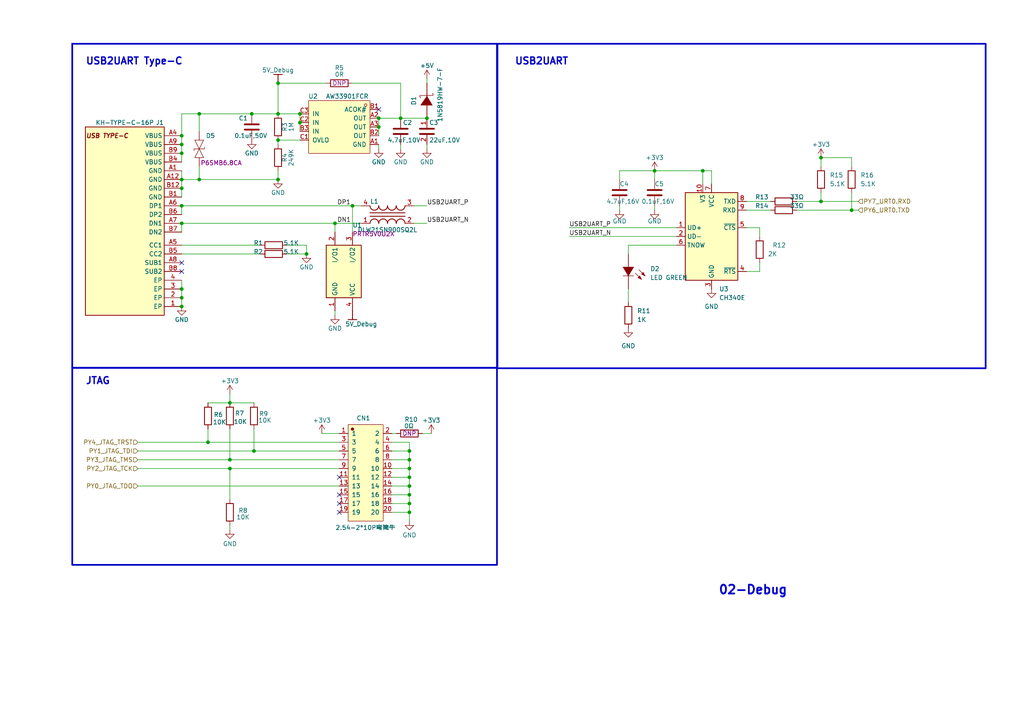
<source format=kicad_sch>
(kicad_sch (version 20230121) (generator eeschema)
  (paper "A4")
  (lib_symbols
    (symbol "00_HPM_power:+3V3" (power) (pin_names (offset 0))
      (property "Value" "+3V3" (at 0 3.81 0))
      (symbol "+3V3_0_1"
        (polyline (pts (xy -0.762 1.27) (xy 0 2.54)))
        (polyline (pts (xy 0 0) (xy 0 2.54)))
        (polyline (pts (xy 0 2.54) (xy 0.762 1.27)))
      )
      (symbol "+3V3_1_1"
        (pin power_in line (at 0 0 90) (length 0) hide (name "+3V3") (number "1"))
      )
    )
    (symbol "00_HPM_power:+5V" (power) (pin_names (offset 0))
      (property "Value" "+5V" (at 0 3.556 0))
      (symbol "+5V_0_1"
        (polyline (pts (xy -0.762 1.27) (xy 0 2.54)))
        (polyline (pts (xy 0 0) (xy 0 2.54)))
        (polyline (pts (xy 0 2.54) (xy 0.762 1.27)))
      )
      (symbol "+5V_1_1"
        (pin power_in line (at 0 0 90) (length 0) hide (name "+5V") (number "1"))
      )
    )
    (symbol "00_HPM_power:5V_Debug" (power)
      (property "Value" "5V_Debug" (at 0 -3.81 0))
      (symbol "5V_Debug_0_0"
        (polyline (pts (xy -1.27 -2.54) (xy 1.27 -2.54)) (stroke (width 0.254)))
        (polyline (pts (xy 0 0) (xy 0 -2.54)) (stroke (width 0.254)))
        (pin power_in line (at 0 0 0) (length 0) hide (name "5V_Debug") (number ""))
      )
    )
    (symbol "00_HPM_power:GND" (power)
      (property "Value" "GND" (at 1.27 -6.35 0))
      (symbol "GND_0_0"
        (pin power_in line (at 0 0 0) (length 0) hide (name "GND") (number ""))
      )
      (symbol "GND_0_1"
        (polyline (pts (xy 0 0) (xy 0 -1.27) (xy 1.27 -1.27) (xy 0 -2.54) (xy -1.27 -1.27) (xy 0 -1.27)))
      )
    )
    (symbol "01-HPM-Peripheral:LED_GREEN" (pin_numbers hide) (pin_names (offset 1.016) hide)
      (property "Reference" "LED" (at -5.08 1.27 0))
      (property "Value" "LED_GREEN" (at 0 8.89 0))
      (symbol "LED_GREEN_1_1"
        (polyline (pts (xy -2.54 1.524) (xy -2.54 -1.524)) (stroke (width 0.1524)))
        (polyline (pts (xy -1.778 2.032) (xy -3.556 3.81)) (stroke (width 0.1524)))
        (polyline (pts (xy -0.762 3.048) (xy -2.54 4.826)) (stroke (width 0.1524)))
        (polyline (pts (xy -3.556 3.81) (xy -2.54 3.302) (xy -3.048 2.794) (xy -3.556 3.81)) (stroke (width 0.1524)) (fill (type outline)))
        (polyline (pts (xy -2.54 4.826) (xy -1.524 4.318) (xy -2.032 3.81) (xy -2.54 4.826)) (stroke (width 0.1524)) (fill (type outline)))
        (polyline (pts (xy 0 -1.524) (xy -2.54 0) (xy 0 1.524) (xy 0 -1.524)) (stroke (width 0.1524)) (fill (type outline)))
        (pin input line (at -6.35 0 0) (length 3.81) (name "K") (number "1"))
        (pin input line (at 3.81 0 180) (length 3.81) (name "A") (number "2"))
      )
    )
    (symbol "02_HPM_Resistor:10K_0402" (pin_numbers hide) (pin_names (offset 0))
      (property "Reference" "R" (at 0 3.81 0))
      (property "Value" "10K" (at 0 6.35 0))
      (symbol "10K_0402_0_1"
        (rectangle (start 2.54 -1.016) (end -2.54 1.016) (stroke (width 0.254)))
      )
      (symbol "10K_0402_1_1"
        (pin passive line (at -3.81 0 0) (length 1.27) (name "~") (number "1"))
        (pin passive line (at 3.81 0 180) (length 1.27) (name "~") (number "2"))
      )
    )
    (symbol "02_HPM_Resistor:5.1K_0402" (pin_numbers hide) (pin_names (offset 0))
      (property "Reference" "R" (at 0 3.81 0))
      (property "Value" "5.1K" (at 0 7.62 0))
      (symbol "5.1K_0402_0_1"
        (rectangle (start 2.54 -1.016) (end -2.54 1.016) (stroke (width 0.254)))
      )
      (symbol "5.1K_0402_1_1"
        (pin passive line (at -3.81 0 0) (length 1.27) (name "~") (number "1"))
        (pin passive line (at 3.81 0 180) (length 1.27) (name "~") (number "2"))
      )
    )
    (symbol "03_HPM_Capacitance:0.1uF,16V_0402" (pin_numbers hide) (pin_names (offset 0.254))
      (property "Reference" "C" (at -1.27 10.16 0))
      (property "Value" "0.1uF,16V" (at -5.08 12.7 0))
      (symbol "0.1uF,16V_0402_0_1"
        (polyline (pts (xy -2.032 -0.762) (xy 2.032 -0.762)) (stroke (width 0.508)))
        (polyline (pts (xy -2.032 0.762) (xy 2.032 0.762)) (stroke (width 0.508)))
      )
      (symbol "0.1uF,16V_0402_1_1"
        (pin passive line (at 0 3.81 270) (length 2.794) (name "~") (number "1"))
        (pin passive line (at 0 -3.81 90) (length 2.794) (name "~") (number "2"))
      )
    )
    (symbol "03_HPM_Capacitance:0.1uF,50V_0402" (pin_numbers hide) (pin_names (offset 0.254))
      (property "Reference" "C" (at 0 10.16 0))
      (property "Value" "0.1uF,50V" (at -3.81 12.7 0))
      (symbol "0.1uF,50V_0402_0_1"
        (polyline (pts (xy -2.032 -0.762) (xy 2.032 -0.762)) (stroke (width 0.508)))
        (polyline (pts (xy -2.032 0.762) (xy 2.032 0.762)) (stroke (width 0.508)))
      )
      (symbol "0.1uF,50V_0402_1_1"
        (pin passive line (at 0 3.81 270) (length 2.794) (name "~") (number "1"))
        (pin passive line (at 0 -3.81 90) (length 2.794) (name "~") (number "2"))
      )
    )
    (symbol "03_HPM_Capacitance:22uF,10V_0805"
      (property "Reference" "C" (at 0 8.89 0))
      (property "Value" "22uF,10V" (at 0 13.97 0))
      (symbol "22uF,10V_0805_0_1"
        (polyline (pts (xy -2.032 -0.762) (xy 2.032 -0.762)) (stroke (width 0.508)))
        (polyline (pts (xy -2.032 0.762) (xy 2.032 0.762)) (stroke (width 0.508)))
      )
      (symbol "22uF,10V_0805_1_1"
        (pin passive line (at 0 3.81 270) (length 2.794) (name "~") (number "1"))
        (pin passive line (at 0 -3.81 90) (length 2.794) (name "~") (number "2"))
      )
    )
    (symbol "03_HPM_Capacitance:4.7uF,10V_0402" (pin_numbers hide) (pin_names (offset 0.254))
      (property "Reference" "C" (at 0.635 2.54 0))
      (property "Value" "4.7uF,10V" (at 0.635 -2.54 0))
      (symbol "4.7uF,10V_0402_0_1"
        (polyline (pts (xy -2.032 -0.762) (xy 2.032 -0.762)) (stroke (width 0.508)))
        (polyline (pts (xy -2.032 0.762) (xy 2.032 0.762)) (stroke (width 0.508)))
      )
      (symbol "4.7uF,10V_0402_1_1"
        (pin passive line (at 0 3.81 270) (length 2.794) (name "~") (number "1"))
        (pin passive line (at 0 -3.81 90) (length 2.794) (name "~") (number "2"))
      )
    )
    (symbol "04_HPM_Diode: 1N5819HW-7-F" (pin_numbers hide) (pin_names (offset 1.016) hide)
      (property "Reference" "D" (at 0 5.08 0))
      (property "Value" " 1N5819HW-7-F" (at -1.27 7.62 0))
      (symbol " 1N5819HW-7-F_1_1"
        (polyline (pts (xy 1.27 1.524) (xy -1.27 0) (xy -1.27 0) (xy 1.27 -1.778) (xy 1.27 -1.778) (xy 1.27 1.524)) (fill (type color) (color 132 0 0 1)))
        (polyline (pts (xy -2.032 1.524) (xy -2.032 1.778) (xy -2.032 1.778) (xy -1.524 1.778) (xy -1.524 1.778) (xy -1.524 -2.032) (xy -1.524 -2.032) (xy -1.016 -2.032) (xy -1.016 -2.032) (xy -1.016 -1.778)))
        (pin input line (at -5.08 0 0) (length 3.81) (name "K") (number "1"))
        (pin input line (at 5.08 0 180) (length 3.81) (name "A") (number "2"))
      )
    )
    (symbol "04_HPM_Diode:P6SMB6.8CA" (pin_numbers hide) (pin_names (offset 1.016) hide)
      (property "Reference" "D" (at 0 4.064 0))
      (property "Value" "P6SMB6.8CA" (at 0 9.144 0))
      (symbol "P6SMB6.8CA_1_1"
        (polyline (pts (xy -2.54 1.27) (xy 0 0) (xy -2.54 -1.27) (xy -2.54 1.27)) (stroke (width 0.1524)))
        (polyline (pts (xy 2.54 1.27) (xy 0 0) (xy 2.54 -1.27) (xy 2.54 1.27)) (stroke (width 0.1524)))
        (polyline (pts (xy -0.508 1.524) (xy -0.508 1.524) (xy 0 1.524) (xy 0 -1.524) (xy 0.508 -1.524) (xy 0.508 -1.524)) (stroke (width 0.1524)))
        (pin input line (at -5.08 0 0) (length 2.54) (name "1") (number "1"))
        (pin input line (at 5.08 0 180) (length 2.54) (name "2") (number "2"))
      )
    )
    (symbol "04_HPM_Diode:PRTR5V0U2X"
      (property "Reference" "U" (at 11.43 -6.35 0))
      (property "Value" "PRTR5V0U2X" (at 10.16 -29.21 0))
      (symbol "PRTR5V0U2X_1_0"
        (rectangle (start 2.54 -7.62) (end 12.7 -22.86) (stroke (width 0.254)) (fill (type background)))
        (pin passive line (at 5.08 -26.67 90) (length 3.81) (name "GND") (number "1"))
        (pin passive line (at 5.08 -3.81 270) (length 3.81) (name "I/O1") (number "2"))
        (pin passive line (at 10.16 -3.81 270) (length 3.81) (name "I/O2") (number "3"))
        (pin passive line (at 10.16 -26.67 90) (length 3.81) (name "VCC") (number "4"))
      )
    )
    (symbol "05_HPM_Connector_IDC:2.54-2*10P简牛_90°" (pin_names (offset 1.016))
      (property "Reference" "IDC" (at -2.54 15.24 0))
      (property "Value" "2.54-2*10P简牛_90°" (at -1.27 -15.24 0))
      (symbol "2.54-2*10P简牛_90°_1_1"
        (rectangle (start -5.08 13.97) (end 5.08 -13.97) (stroke (width 0.1524)) (fill (type background)))
        (circle (center -3.81 12.7) (radius 0.381) (stroke (width 0.1524)) (fill (type outline)))
        (pin input line (at -7.62 11.43 0) (length 2.54) (name "1") (number "1"))
        (pin input line (at 7.62 1.27 180) (length 2.54) (name "10") (number "10"))
        (pin input line (at -7.62 -1.27 0) (length 2.54) (name "11") (number "11"))
        (pin input line (at 7.62 -1.27 180) (length 2.54) (name "12") (number "12"))
        (pin input line (at -7.62 -3.81 0) (length 2.54) (name "13") (number "13"))
        (pin input line (at 7.62 -3.81 180) (length 2.54) (name "14") (number "14"))
        (pin input line (at -7.62 -6.35 0) (length 2.54) (name "15") (number "15"))
        (pin input line (at 7.62 -6.35 180) (length 2.54) (name "16") (number "16"))
        (pin input line (at -7.62 -8.89 0) (length 2.54) (name "17") (number "17"))
        (pin input line (at 7.62 -8.89 180) (length 2.54) (name "18") (number "18"))
        (pin input line (at -7.62 -11.43 0) (length 2.54) (name "19") (number "19"))
        (pin input line (at 7.62 11.43 180) (length 2.54) (name "2") (number "2"))
        (pin input line (at 7.62 -11.43 180) (length 2.54) (name "20") (number "20"))
        (pin input line (at -7.62 8.89 0) (length 2.54) (name "3") (number "3"))
        (pin input line (at 7.62 8.89 180) (length 2.54) (name "4") (number "4"))
        (pin input line (at -7.62 6.35 0) (length 2.54) (name "5") (number "5"))
        (pin input line (at 7.62 6.35 180) (length 2.54) (name "6") (number "6"))
        (pin input line (at -7.62 3.81 0) (length 2.54) (name "7") (number "7"))
        (pin input line (at 7.62 3.81 180) (length 2.54) (name "8") (number "8"))
        (pin input line (at -7.62 1.27 0) (length 2.54) (name "9") (number "9"))
      )
    )
    (symbol "05_HPM_Connector_Other:USB_Type-C"
      (property "Reference" "J" (at 21.59 1.27 0))
      (property "Value" "USB_Type-C" (at 11.43 1.27 0))
      (symbol "USB_Type-C_1_0"
        (rectangle (start 0 0) (end 22.86 -54.61) (stroke (width 0.254)) (fill (type background)))
        (pin passive line (at 27.94 -52.07 180) (length 5.08) (name "EP") (number "1"))
        (pin passive line (at 27.94 -49.53 180) (length 5.08) (name "EP") (number "2"))
        (pin passive line (at 27.94 -46.99 180) (length 5.08) (name "EP") (number "3"))
        (pin passive line (at 27.94 -44.45 180) (length 5.08) (name "EP") (number "4"))
        (pin passive line (at 27.94 -12.7 180) (length 5.08) (name "GND") (number "A1"))
        (pin passive line (at 27.94 -15.24 180) (length 5.08) (name "GND") (number "A12"))
        (pin passive line (at 27.94 -2.54 180) (length 5.08) (name "VBUS") (number "A4"))
        (pin passive line (at 27.94 -34.29 180) (length 5.08) (name "CC1") (number "A5"))
        (pin passive line (at 27.94 -22.86 180) (length 5.08) (name "DP1") (number "A6"))
        (pin passive line (at 27.94 -27.94 180) (length 5.08) (name "DN1") (number "A7"))
        (pin passive line (at 27.94 -39.37 180) (length 5.08) (name "SUB1") (number "A8"))
        (pin passive line (at 27.94 -5.08 180) (length 5.08) (name "VBUS") (number "A9"))
        (pin passive line (at 27.94 -20.32 180) (length 5.08) (name "GND") (number "B1"))
        (pin passive line (at 27.94 -17.78 180) (length 5.08) (name "GND") (number "B12"))
        (pin passive line (at 27.94 -10.16 180) (length 5.08) (name "VBUS") (number "B4"))
        (pin passive line (at 27.94 -36.83 180) (length 5.08) (name "CC2") (number "B5"))
        (pin passive line (at 27.94 -25.4 180) (length 5.08) (name "DP2") (number "B6"))
        (pin passive line (at 27.94 -30.48 180) (length 5.08) (name "DN2") (number "B7"))
        (pin passive line (at 27.94 -41.91 180) (length 5.08) (name "SUB2") (number "B8"))
        (pin passive line (at 27.94 -7.62 180) (length 5.08) (name "VBUS") (number "B9"))
      )
      (symbol "USB_Type-C_1_1"
        (text "USB TYPE-C" (at 6.35 -2.54 0) (effects (font (size 1.27 1.27) bold italic)))
      )
    )
    (symbol "06_HPM_Function_IC:AW33901FCR" (pin_names (offset 1.016))
      (property "Reference" "U" (at -7.62 8.89 0))
      (property "Value" "AW33901FCR" (at 0 8.89 0))
      (symbol "AW33901FCR_1_1"
        (rectangle (start -8.89 7.62) (end 8.89 -7.62) (fill (type background)))
        (circle (center 7.62 6.35) (radius 0.381))
        (pin input line (at 11.43 -5.08 180) (length 2.54) (name "GND") (number "A1"))
        (pin input line (at 11.43 2.54 180) (length 2.54) (name "OUT") (number "A2"))
        (pin input line (at 11.43 0 180) (length 2.54) (name "OUT") (number "A3"))
        (pin input line (at 11.43 5.08 180) (length 2.54) (name "ACOK#") (number "B1"))
        (pin input line (at 11.43 -2.54 180) (length 2.54) (name "OUT") (number "B2"))
        (pin input line (at -11.43 -1.27 0) (length 2.54) (name "IN") (number "B3"))
        (pin input line (at -11.43 -3.81 0) (length 2.54) (name "OVLO") (number "C1"))
        (pin input line (at -11.43 1.27 0) (length 2.54) (name "IN") (number "C2"))
        (pin input line (at -11.43 3.81 0) (length 2.54) (name "IN") (number "C3"))
      )
    )
    (symbol "06_HPM_Function_IC:CH340E"
      (property "Reference" "U?" (at -7.62 13.97 0))
      (property "Value" "CH340E" (at 1.27 13.97 0))
      (symbol "CH340E_0_1"
        (rectangle (start -7.62 12.7) (end 7.62 -12.7) (stroke (width 0.254)) (fill (type background)))
      )
      (symbol "CH340E_1_1"
        (pin bidirectional line (at -10.16 2.54 0) (length 2.54) (name "UD+") (number "1"))
        (pin passive line (at -2.54 15.24 270) (length 2.54) (name "V3") (number "10"))
        (pin bidirectional line (at -10.16 0 0) (length 2.54) (name "UD-") (number "2"))
        (pin power_in line (at 0 -15.24 90) (length 2.54) (name "GND") (number "3"))
        (pin output line (at 10.16 -10.16 180) (length 2.54) (name "~{RTS}") (number "4"))
        (pin input line (at 10.16 2.54 180) (length 2.54) (name "~{CTS}") (number "5"))
        (pin output line (at -10.16 -2.54 0) (length 2.54) (name "TNOW") (number "6"))
        (pin power_in line (at 0 15.24 270) (length 2.54) (name "VCC") (number "7"))
        (pin output line (at 10.16 10.16 180) (length 2.54) (name "TXD") (number "8"))
        (pin input line (at 10.16 7.62 180) (length 2.54) (name "RXD") (number "9"))
      )
    )
    (symbol "07_HPM_Inductance:DLW21SN900SQ2L"
      (property "Reference" "L" (at 8.89 -1.27 0))
      (property "Value" "DLW21SN900SQ2L" (at 8.89 -9.525 0))
      (symbol "DLW21SN900SQ2L_1_0"
        (polyline (pts (xy 3.81 -5.588) (xy 13.97 -5.588)) (stroke (width 0.254)))
        (polyline (pts (xy 3.81 -4.572) (xy 13.97 -4.572)) (stroke (width 0.254)))
        (arc (start 3.81 -2.54) (mid 5.08 -3.8045) (end 6.35 -2.54) (stroke (width 0.254)))
        (arc (start 6.35 -7.62) (mid 5.08 -6.3555) (end 3.81 -7.62) (stroke (width 0.254)))
        (arc (start 6.35 -2.54) (mid 7.62 -3.8045) (end 8.89 -2.54) (stroke (width 0.254)))
        (arc (start 8.89 -7.62) (mid 7.62 -6.3555) (end 6.35 -7.62) (stroke (width 0.254)))
        (arc (start 8.89 -2.54) (mid 10.16 -3.8045) (end 11.43 -2.54) (stroke (width 0.254)))
        (arc (start 11.43 -7.62) (mid 10.16 -6.3555) (end 8.89 -7.62) (stroke (width 0.254)))
        (arc (start 11.43 -2.54) (mid 12.7 -3.8045) (end 13.97 -2.54) (stroke (width 0.254)))
        (arc (start 13.97 -7.62) (mid 12.7 -6.3555) (end 11.43 -7.62) (stroke (width 0.254)))
        (pin passive line (at 1.27 -7.62 0) (length 2.54) (name "") (number "1"))
        (pin passive line (at 16.51 -7.62 180) (length 2.54) (name "") (number "2"))
        (pin passive line (at 16.51 -2.54 180) (length 2.54) (name "") (number "3"))
        (pin passive line (at 1.27 -2.54 0) (length 2.54) (name "") (number "4"))
      )
    )
  )
  (junction (at 57.785 33.02))
  (junction (at 80.645 52.07))
  (junction (at 118.745 146.05))
  (junction (at 66.675 116.84))
  (junction (at 80.645 24.13))
  (junction (at 118.745 143.51))
  (junction (at 109.855 34.29))
  (junction (at 102.235 59.69))
  (junction (at 52.705 83.82))
  (junction (at 118.745 140.97))
  (junction (at 52.705 88.9))
  (junction (at 123.825 34.29))
  (junction (at 80.645 33.02))
  (junction (at 73.025 33.02))
  (junction (at 118.745 130.81))
  (junction (at 73.66 130.81))
  (junction (at 52.705 64.77))
  (junction (at 52.705 44.45))
  (junction (at 118.745 148.59))
  (junction (at 118.745 133.35))
  (junction (at 66.675 135.89))
  (junction (at 57.785 52.07))
  (junction (at 238.125 58.42))
  (junction (at 52.705 86.36))
  (junction (at 86.995 33.02))
  (junction (at 97.155 64.77))
  (junction (at 80.645 40.64))
  (junction (at 88.9 73.66))
  (junction (at 116.205 34.29))
  (junction (at 52.705 41.91))
  (junction (at 60.325 128.27))
  (junction (at 118.745 138.43))
  (junction (at 52.705 52.07))
  (junction (at 238.125 45.72))
  (junction (at 52.705 39.37))
  (junction (at 66.675 133.35))
  (junction (at 52.705 59.69))
  (junction (at 118.745 135.89))
  (junction (at 52.705 54.61))
  (junction (at 247.015 60.96))
  (junction (at 189.865 49.53))
  (junction (at 109.855 36.83))
  (junction (at 86.995 35.56))
  (junction (at 203.835 49.53))
  (no_connect (at 52.705 78.74))
  (no_connect (at 98.425 143.51))
  (no_connect (at 98.425 146.05))
  (no_connect (at 98.425 148.59))
  (no_connect (at 109.855 31.75))
  (no_connect (at 98.425 138.43))
  (no_connect (at 52.705 76.2))
  (wire (pts (xy 206.375 49.53) (xy 206.375 53.34)))
  (wire (pts (xy 118.745 146.05) (xy 118.745 148.59)))
  (wire (pts (xy 73.66 130.81) (xy 73.66 124.46)))
  (wire (pts (xy 118.745 130.81) (xy 118.745 133.35)))
  (wire (pts (xy 216.535 66.04) (xy 220.345 66.04)))
  (wire (pts (xy 113.665 130.81) (xy 118.745 130.81)))
  (wire (pts (xy 60.325 116.84) (xy 66.675 116.84)))
  (wire (pts (xy 123.825 24.13) (xy 123.825 22.86)))
  (wire (pts (xy 60.325 128.27) (xy 60.325 124.46)))
  (wire (pts (xy 118.745 133.35) (xy 118.745 135.89)))
  (wire (pts (xy 80.645 24.13) (xy 94.615 24.13)))
  (wire (pts (xy 66.675 133.35) (xy 98.425 133.35)))
  (wire (pts (xy 66.675 124.46) (xy 66.675 133.35)))
  (wire (pts (xy 52.705 81.28) (xy 52.705 83.82)))
  (wire (pts (xy 109.855 34.29) (xy 116.205 34.29)))
  (wire (pts (xy 238.125 55.88) (xy 238.125 58.42)))
  (wire (pts (xy 57.785 33.02) (xy 57.785 38.1)))
  (wire (pts (xy 40.005 130.81) (xy 73.66 130.81)))
  (wire (pts (xy 66.675 135.89) (xy 98.425 135.89)))
  (wire (pts (xy 182.245 71.12) (xy 182.245 73.66)))
  (wire (pts (xy 118.745 128.27) (xy 118.745 130.81)))
  (wire (pts (xy 52.705 33.02) (xy 57.785 33.02)))
  (wire (pts (xy 122.555 125.73) (xy 125.095 125.73)))
  (wire (pts (xy 57.785 48.26) (xy 57.785 52.07)))
  (wire (pts (xy 123.825 43.18) (xy 123.825 41.91)))
  (wire (pts (xy 203.835 49.53) (xy 206.375 49.53)))
  (wire (pts (xy 113.665 135.89) (xy 118.745 135.89)))
  (wire (pts (xy 66.675 114.3) (xy 66.675 116.84)))
  (wire (pts (xy 118.745 135.89) (xy 118.745 138.43)))
  (wire (pts (xy 52.705 52.07) (xy 52.705 54.61)))
  (wire (pts (xy 116.205 34.29) (xy 123.825 34.29)))
  (wire (pts (xy 86.995 33.02) (xy 86.995 35.56)))
  (wire (pts (xy 52.705 59.69) (xy 102.235 59.69)))
  (wire (pts (xy 182.245 83.82) (xy 182.245 87.63)))
  (wire (pts (xy 113.665 138.43) (xy 118.745 138.43)))
  (wire (pts (xy 179.705 49.53) (xy 189.865 49.53)))
  (wire (pts (xy 116.205 24.13) (xy 116.205 34.29)))
  (wire (pts (xy 60.325 128.27) (xy 98.425 128.27)))
  (wire (pts (xy 52.705 64.77) (xy 52.705 67.31)))
  (wire (pts (xy 80.645 40.64) (xy 86.995 40.64)))
  (wire (pts (xy 113.665 143.51) (xy 118.745 143.51)))
  (wire (pts (xy 118.745 138.43) (xy 118.745 140.97)))
  (wire (pts (xy 66.675 153.67) (xy 66.675 152.4)))
  (wire (pts (xy 220.345 78.74) (xy 216.535 78.74)))
  (wire (pts (xy 57.785 33.02) (xy 73.025 33.02)))
  (wire (pts (xy 66.675 135.89) (xy 66.675 144.78)))
  (wire (pts (xy 248.92 60.96) (xy 247.015 60.96)))
  (wire (pts (xy 109.855 39.37) (xy 109.855 36.83)))
  (wire (pts (xy 203.835 53.34) (xy 203.835 49.53)))
  (wire (pts (xy 80.645 24.13) (xy 80.645 33.02)))
  (wire (pts (xy 189.865 59.69) (xy 189.865 60.96)))
  (wire (pts (xy 52.705 54.61) (xy 52.705 57.15)))
  (wire (pts (xy 114.935 125.73) (xy 113.665 125.73)))
  (wire (pts (xy 118.745 151.13) (xy 118.745 148.59)))
  (wire (pts (xy 73.025 33.02) (xy 80.645 33.02)))
  (wire (pts (xy 52.705 33.02) (xy 52.705 39.37)))
  (wire (pts (xy 231.14 58.42) (xy 238.125 58.42)))
  (wire (pts (xy 102.235 59.69) (xy 102.235 67.31)))
  (wire (pts (xy 120.015 59.69) (xy 123.825 59.69)))
  (wire (pts (xy 223.52 60.96) (xy 216.535 60.96)))
  (wire (pts (xy 52.705 59.69) (xy 52.705 62.23)))
  (wire (pts (xy 97.155 91.44) (xy 97.155 90.17)))
  (wire (pts (xy 109.855 36.83) (xy 109.855 34.29)))
  (wire (pts (xy 52.705 83.82) (xy 52.705 86.36)))
  (wire (pts (xy 102.235 59.69) (xy 104.775 59.69)))
  (wire (pts (xy 52.705 64.77) (xy 97.155 64.77)))
  (wire (pts (xy 118.745 140.97) (xy 118.745 143.51)))
  (wire (pts (xy 189.865 49.53) (xy 189.865 52.07)))
  (wire (pts (xy 57.785 52.07) (xy 80.645 52.07)))
  (wire (pts (xy 165.1 66.04) (xy 196.215 66.04)))
  (wire (pts (xy 52.705 39.37) (xy 52.705 41.91)))
  (wire (pts (xy 223.52 58.42) (xy 216.535 58.42)))
  (wire (pts (xy 80.645 33.02) (xy 86.995 33.02)))
  (wire (pts (xy 247.015 55.88) (xy 247.015 60.96)))
  (wire (pts (xy 52.705 41.91) (xy 52.705 44.45)))
  (wire (pts (xy 231.14 60.96) (xy 247.015 60.96)))
  (wire (pts (xy 86.995 35.56) (xy 86.995 38.1)))
  (wire (pts (xy 80.645 49.53) (xy 80.645 52.07)))
  (wire (pts (xy 52.705 44.45) (xy 52.705 46.99)))
  (wire (pts (xy 165.1 68.58) (xy 196.215 68.58)))
  (wire (pts (xy 220.345 76.2) (xy 220.345 78.74)))
  (wire (pts (xy 113.665 140.97) (xy 118.745 140.97)))
  (wire (pts (xy 179.705 52.07) (xy 179.705 49.53)))
  (wire (pts (xy 52.705 49.53) (xy 52.705 52.07)))
  (wire (pts (xy 97.155 64.77) (xy 104.775 64.77)))
  (wire (pts (xy 93.345 125.73) (xy 98.425 125.73)))
  (wire (pts (xy 113.665 128.27) (xy 118.745 128.27)))
  (wire (pts (xy 113.665 146.05) (xy 118.745 146.05)))
  (wire (pts (xy 247.015 45.72) (xy 247.015 48.26)))
  (wire (pts (xy 88.9 71.12) (xy 88.9 73.66)))
  (wire (pts (xy 238.125 45.72) (xy 247.015 45.72)))
  (wire (pts (xy 196.215 71.12) (xy 182.245 71.12)))
  (wire (pts (xy 179.705 59.69) (xy 179.705 60.96)))
  (wire (pts (xy 238.125 45.72) (xy 238.125 48.26)))
  (wire (pts (xy 113.665 133.35) (xy 118.745 133.35)))
  (wire (pts (xy 102.235 24.13) (xy 116.205 24.13)))
  (wire (pts (xy 83.185 71.12) (xy 88.9 71.12)))
  (wire (pts (xy 120.015 64.77) (xy 123.825 64.77)))
  (wire (pts (xy 248.92 58.42) (xy 238.125 58.42)))
  (wire (pts (xy 80.645 41.91) (xy 80.645 40.64)))
  (wire (pts (xy 73.66 130.81) (xy 98.425 130.81)))
  (wire (pts (xy 116.205 43.18) (xy 116.205 41.91)))
  (wire (pts (xy 83.185 73.66) (xy 88.9 73.66)))
  (wire (pts (xy 40.005 133.35) (xy 66.675 133.35)))
  (wire (pts (xy 73.66 116.84) (xy 66.675 116.84)))
  (wire (pts (xy 189.865 49.53) (xy 203.835 49.53)))
  (wire (pts (xy 118.745 148.59) (xy 113.665 148.59)))
  (wire (pts (xy 109.855 43.18) (xy 109.855 41.91)))
  (wire (pts (xy 97.155 64.77) (xy 97.155 67.31)))
  (wire (pts (xy 40.005 135.89) (xy 66.675 135.89)))
  (wire (pts (xy 118.745 143.51) (xy 118.745 146.05)))
  (wire (pts (xy 52.705 86.36) (xy 52.705 88.9)))
  (wire (pts (xy 40.005 140.97) (xy 98.425 140.97)))
  (wire (pts (xy 220.345 66.04) (xy 220.345 68.58)))
  (wire (pts (xy 52.705 73.66) (xy 75.565 73.66)))
  (wire (pts (xy 52.705 71.12) (xy 75.565 71.12)))
  (wire (pts (xy 40.005 128.27) (xy 60.325 128.27)))
  (wire (pts (xy 52.705 52.07) (xy 57.785 52.07)))
  (rectangle (start 20.955 106.68) (end 144.145 163.83) (stroke (width 0.5)))
  (rectangle (start 20.955 12.7) (end 144.145 106.68) (stroke (width 0.5)))
  (rectangle (start 144.272 12.7) (end 285.877 106.807) (stroke (width 0.5)))
  (text "02-Debug" (at 208.28 172.72 0) (effects (font (size 2.54 2.54) (thickness 0.508) bold) (justify left bottom)))
  (text "USB2UART" (at 149.225 19.05 0) (effects (font (size 2 2) (thickness 0.4) bold) (justify left bottom)))
  (text "USB2UART Type-C" (at 24.765 19.05 0) (effects (font (size 2 2) (thickness 0.4) bold) (justify left bottom)))
  (text "JTAG" (at 24.765 111.76 0) (effects (font (size 2 2) (thickness 0.4) bold) (justify left bottom)))
  (label "USB2UART_P" (at 165.1 66.04 0))
  (label "USB2UART_N" (at 123.825 64.77 0))
  (label "USB2UART_N" (at 165.1 68.58 0))
  (label "DN1" (at 97.79 64.77 0))
  (label "DP1" (at 97.79 59.69 0))
  (label "USB2UART_P" (at 123.825 59.69 0))
  (hierarchical_label "PY4_JTAG_TRST" (shape input) (at 40.005 128.27 180))
  (hierarchical_label "PY2_JTAG_TCK" (shape input) (at 40.005 135.89 180))
  (hierarchical_label "PY3_JTAG_TMS" (shape input) (at 40.005 133.35 180))
  (hierarchical_label "PY0_JTAG_TDO" (shape input) (at 40.005 140.97 180))
  (hierarchical_label "PY7_URT0.RXD" (shape input) (at 248.92 58.42 0))
  (hierarchical_label "PY1_JTAG_TDI" (shape input) (at 40.005 130.81 180))
  (hierarchical_label "PY6_URT0.TXD" (shape input) (at 248.92 60.96 0))
  (symbol (lib_id "02_HPM_Resistor:5.1K_0402") (at 182.245 91.44 270) (unit 1)
    (property "Reference" "R11" (at 184.785 90.17 90) (effects (justify left)))
    (property "Value" "1K" (at 184.785 92.71 90) (effects (justify left)))
    (property "Footprint" "02_HPM_Resistor:R_0402_1005Metric" (effects hide))
    (property "Model" "0402WGF5101TCE" (effects hide))
    (property "Company" "UNI-ROYAL(厚声)" (effects hide))
    (instances (project "HPM62_63_144_ADC_EVK_RevB" (path "" (reference "R11") (unit 1))) (project "Four_Servo_HPM6280_MB" (path "" (reference "R37") (unit 1))))
  )
  (symbol (lib_id "02_HPM_Resistor:10K_0402") (at 80.645 45.72 90) (unit 1)
    (property "Reference" "R4" (at 82.55 45.72 0))
    (property "Value" "249K" (at 84.455 45.72 0))
    (property "Footprint" "02_HPM_Resistor:R_0402_1005Metric" (effects hide))
    (property "Model" "0402WGF1002TCE" (effects hide))
    (property "Company" "UNI-ROYAL(厚声)" (effects hide))
    (instances (project "HPM62_63_144_ADC_EVK_RevB" (path "" (reference "R4") (unit 1))) (project "Four_Servo_HPM6280_MB" (path "" (reference "R32") (unit 1))))
  )
  (symbol (lib_id "00_HPM_power:GND") (at 109.855 43.18 0) (unit 1)
    (property "Reference" "#PWR0280" (effects hide))
    (property "Value" "GND" (at 109.855 46.99 0))
    (instances (project "HPM62_63_144_ADC_EVK_RevB" (path "" (reference "#PWR0280") (unit 1)) (path "" (reference "#PWR09") (unit 1))))
  )
  (symbol (lib_id "00_HPM_power:GND") (at 118.745 151.13 0) (unit 1)
    (property "Reference" "#PWR016" (effects hide))
    (property "Value" "GND" (at 118.7555 155.2038 0))
    (instances (project "HPM62_63_144_ADC_EVK_RevB" (path "" (reference "#PWR016") (unit 1))) (project "Four_Servo_HPM6280_MB" (path "" (reference "#PWR065") (unit 1))))
  )
  (symbol (lib_id "03_HPM_Capacitance:22uF,10V_0805") (at 123.825 38.1 0) (unit 1)
    (property "Reference" "C3" (at 124.46 35.56 0) (effects (justify left)))
    (property "Value" "22uF,10V" (at 124.46 40.64 0) (effects (justify left)))
    (property "Footprint" "03_HPM_Capacitance:C_0805_2012Metric" (effects hide))
    (property "Model" " CL21A226MPQNNNE" (effects hide))
    (property "Company" " SAMSUNG(三星) " (effects hide))
    (instances (project "HPM62_63_144_ADC_EVK_RevB" (path "" (reference "C3") (unit 1))) (project "Four_Servo_HPM6280_MB" (path "" (reference "C40") (unit 1))))
  )
  (symbol (lib_id "02_HPM_Resistor:10K_0402") (at 118.745 125.73 180) (unit 1)
    (property "Reference" "R10" (at 119.253 121.666 0))
    (property "Value" "0Ω" (at 118.618 123.571 0))
    (property "Footprint" "02_HPM_Resistor:R_0402_1005Metric" (effects hide))
    (property "DNP" "DNP" (at 118.745 125.73 0))
    (property "Model" "0402WGF1002TCE" (effects hide))
    (property "Company" "UNI-ROYAL(厚声)" (effects hide))
    (instances (project "HPM62_63_144_ADC_EVK_RevB" (path "" (reference "R10") (unit 1))) (project "Four_Servo_HPM6280_MB" (path "" (reference "R39") (unit 1))))
  )
  (symbol (lib_id "03_HPM_Capacitance:4.7uF,10V_0402") (at 179.705 55.88 0) (unit 1)
    (property "Reference" "C4" (at 179.705 53.34 0) (effects (justify left)))
    (property "Value" "4.7uF,16V" (at 175.895 58.42 0) (effects (justify left)))
    (property "Footprint" "03_HPM_Capacitance:C_0402" (effects hide))
    (property "Model" " CL05A475MP5NRNC" (effects hide))
    (property "Company" " SAMSUNG(三星)" (effects hide))
    (instances (project "HPM62_63_144_ADC_EVK_RevB" (path "" (reference "C4") (unit 1))) (project "Four_Servo_HPM6280_MB" (path "" (reference "C32") (unit 1))))
  )
  (symbol (lib_id "00_HPM_power:+3V3") (at 125.095 125.73 0) (unit 1)
    (property "Reference" "#PWR049" (effects hide))
    (property "Value" "+3V3" (at 125.095 121.92 0))
    (instances (project "HPM62_63_144_ADC_EVK_RevB" (path "" (reference "#PWR049") (unit 1)) (path "" (reference "#PWR0129") (unit 1)) (path "" (reference "#PWR017") (unit 1))))
  )
  (symbol (lib_id "07_HPM_Inductance:DLW21SN900SQ2L") (at 103.505 57.15 0) (unit 1)
    (property "Reference" "L1" (at 108.585 58.42 0))
    (property "Value" "DLW21SN900SQ2L" (at 112.395 66.675 0))
    (property "Footprint" "07_HPM_Inductance:L2012" (effects hide))
    (property "Model" "DLW21SN900SQ2L" (effects hide))
    (property "Company" "muRata(村田)" (effects hide))
    (instances (project "HPM62_63_144_ADC_EVK_RevB" (path "" (reference "L1") (unit 1))) (project "Four_Servo_HPM6280_MB" (path "" (reference "L4") (unit 1))))
  )
  (symbol (lib_id "00_HPM_power:+3V3") (at 189.865 49.53 0) (unit 1)
    (property "Reference" "#PWR049" (effects hide))
    (property "Value" "+3V3" (at 189.865 45.72 0))
    (instances (project "HPM62_63_144_ADC_EVK_RevB" (path "" (reference "#PWR049") (unit 1)) (path "" (reference "#PWR0129") (unit 1)) (path "" (reference "#PWR020") (unit 1))))
  )
  (symbol (lib_id "00_HPM_power:GND") (at 179.705 60.96 0) (unit 1)
    (property "Reference" "#PWR018" (effects hide))
    (property "Value" "GND" (at 179.705 64.135 0))
    (instances (project "HPM62_63_144_ADC_EVK_RevB" (path "" (reference "#PWR018") (unit 1))) (project "Four_Servo_HPM6280_MB" (path "" (reference "#PWR073") (unit 1))))
  )
  (symbol (lib_id "00_HPM_power:5V_Debug") (at 80.645 24.13 180) (unit 1)
    (property "Reference" "#PWR04" (effects hide))
    (property "Value" "5V_Debug" (at 80.645 20.32 0))
    (instances (project "HPM62_63_144_ADC_EVK_RevB" (path "" (reference "#PWR04") (unit 1))) (project "Four_Servo_HPM6280_MB" (path "" (reference "#PWR060") (unit 1))))
  )
  (symbol (lib_id "00_HPM_power:GND") (at 182.245 95.25 0) (unit 1)
    (property "Reference" "#PWR019" (effects hide))
    (property "Value" "GND" (at 182.245 100.33 0))
    (instances (project "HPM62_63_144_ADC_EVK_RevB" (path "" (reference "#PWR019") (unit 1))) (project "Four_Servo_HPM6280_MB" (path "" (reference "#PWR074") (unit 1))))
  )
  (symbol (lib_id "02_HPM_Resistor:5.1K_0402") (at 79.375 71.12 0) (unit 1)
    (property "Reference" "R1" (at 74.93 70.485 0))
    (property "Value" "5.1K" (at 84.455 70.485 0))
    (property "Footprint" "02_HPM_Resistor:R_0402_1005Metric" (effects hide))
    (property "Model" "0402WGF5101TCE" (effects hide))
    (property "Company" "UNI-ROYAL(厚声)" (effects hide))
    (instances (project "HPM62_63_144_ADC_EVK_RevB" (path "" (reference "R1") (unit 1))) (project "Four_Servo_HPM6280_MB" (path "" (reference "R29") (unit 1))))
  )
  (symbol (lib_id "00_HPM_power:GND") (at 66.675 153.67 0) (unit 1)
    (property "Reference" "#PWR014" (effects hide))
    (property "Value" "GND" (at 66.6855 157.7438 0))
    (instances (project "HPM62_63_144_ADC_EVK_RevB" (path "" (reference "#PWR014") (unit 1))) (project "Four_Servo_HPM6280_MB" (path "" (reference "#PWR065") (unit 1))))
  )
  (symbol (lib_id "00_HPM_power:+5V") (at 123.825 22.86 0) (unit 1)
    (property "Reference" "#PWR012" (effects hide))
    (property "Value" "+5V" (at 123.825 19.05 0))
    (instances (project "HPM62_63_144_ADC_EVK_RevB" (path "" (reference "#PWR012") (unit 1))) (project "Four_Servo_HPM6280_MB" (path "" (reference "#PWR076") (unit 1))))
  )
  (symbol (lib_id "00_HPM_power:+3V3") (at 238.125 45.72 0) (unit 1)
    (property "Reference" "#PWR049" (effects hide))
    (property "Value" "+3V3" (at 238.125 41.91 0))
    (instances (project "HPM62_63_144_ADC_EVK_RevB" (path "" (reference "#PWR049") (unit 1)) (path "" (reference "#PWR0129") (unit 1)) (path "" (reference "#PWR023") (unit 1))))
  )
  (symbol (lib_id "02_HPM_Resistor:5.1K_0402") (at 238.125 52.07 270) (unit 1)
    (property "Reference" "R15" (at 240.665 50.8 90) (effects (justify left)))
    (property "Value" "5.1K" (at 240.665 53.34 90) (effects (justify left)))
    (property "Footprint" "02_HPM_Resistor:R_0402_1005Metric" (effects hide))
    (property "Model" "0402WGF5101TCE" (effects hide))
    (property "Company" "UNI-ROYAL(厚声)" (effects hide))
    (instances (project "HPM62_63_144_ADC_EVK_RevB" (path "" (reference "R15") (unit 1))) (project "Four_Servo_HPM6280_MB" (path "" (reference "R48") (unit 1))))
  )
  (symbol (lib_id "02_HPM_Resistor:5.1K_0402") (at 79.375 73.66 0) (unit 1)
    (property "Reference" "R2" (at 74.93 73.025 0))
    (property "Value" "5.1K" (at 84.455 73.025 0))
    (property "Footprint" "02_HPM_Resistor:R_0402_1005Metric" (effects hide))
    (property "Model" "0402WGF5101TCE" (effects hide))
    (property "Company" "UNI-ROYAL(厚声)" (effects hide))
    (instances (project "HPM62_63_144_ADC_EVK_RevB" (path "" (reference "R2") (unit 1))) (project "Four_Servo_HPM6280_MB" (path "" (reference "R30") (unit 1))))
  )
  (symbol (lib_id "02_HPM_Resistor:10K_0402") (at 66.675 148.59 270) (unit 1)
    (property "Reference" "R8" (at 70.485 148.082 90))
    (property "Value" "10K" (at 70.485 149.987 90))
    (property "Footprint" "02_HPM_Resistor:R_0402_1005Metric" (effects hide))
    (property "Model" "0402WGF1002TCE" (effects hide))
    (property "Company" "UNI-ROYAL(厚声)" (effects hide))
    (instances (project "HPM62_63_144_ADC_EVK_RevB" (path "" (reference "R8") (unit 1))) (project "Four_Servo_HPM6280_MB" (path "" (reference "R36") (unit 1))))
  )
  (symbol (lib_id "02_HPM_Resistor:10K_0402") (at 73.66 120.65 270) (unit 1)
    (property "Reference" "R9" (at 76.454 120.015 90))
    (property "Value" "10K" (at 76.835 121.92 90))
    (property "Footprint" "02_HPM_Resistor:R_0402_1005Metric" (effects hide))
    (property "Model" "0402WGF1002TCE" (effects hide))
    (property "Company" "UNI-ROYAL(厚声)" (effects hide))
    (instances (project "HPM62_63_144_ADC_EVK_RevB" (path "" (reference "R9") (unit 1))) (project "Four_Servo_HPM6280_MB" (path "" (reference "R38") (unit 1))))
  )
  (symbol (lib_id "00_HPM_power:GND") (at 52.705 88.9 0) (unit 1)
    (property "Reference" "#PWR0280" (effects hide))
    (property "Value" "GND" (at 52.705 92.71 0))
    (instances (project "HPM62_63_144_ADC_EVK_RevB" (path "" (reference "#PWR0280") (unit 1)) (path "" (reference "#PWR01") (unit 1))))
  )
  (symbol (lib_id "00_HPM_power:GND") (at 123.825 43.18 0) (unit 1)
    (property "Reference" "#PWR0280" (effects hide))
    (property "Value" "GND" (at 123.825 46.99 0))
    (instances (project "HPM62_63_144_ADC_EVK_RevB" (path "" (reference "#PWR0280") (unit 1)) (path "" (reference "#PWR011") (unit 1))))
  )
  (symbol (lib_id "02_HPM_Resistor:10K_0402") (at 98.425 24.13 180) (unit 1)
    (property "Reference" "R5" (at 98.425 19.685 0))
    (property "Value" "0R" (at 98.425 21.59 0))
    (property "Footprint" "02_HPM_Resistor:R_0402_1005Metric" (effects hide))
    (property "DNP" "DNP" (at 98.425 24.13 0))
    (property "Model" "0402WGF1002TCE" (effects hide))
    (property "Company" "UNI-ROYAL(厚声)" (effects hide))
    (instances (project "HPM62_63_144_ADC_EVK_RevB" (path "" (reference "R5") (unit 1))) (project "Four_Servo_HPM6280_MB" (path "" (reference "R33") (unit 1))))
  )
  (symbol (lib_id "03_HPM_Capacitance:0.1uF,50V_0402") (at 73.025 36.83 0) (unit 1)
    (property "Reference" "C1" (at 69.215 34.29 0) (effects (justify left)))
    (property "Value" "0.1uF,50V" (at 67.945 39.37 0) (effects (justify left)))
    (property "Footprint" "03_HPM_Capacitance:C_0402" (effects hide))
    (property "Model" "0402B104K500NT" (effects hide))
    (property "Company" "SAMSUNG(三星)" (effects hide))
    (instances (project "HPM62_63_144_ADC_EVK_RevB" (path "" (reference "C1") (unit 1))) (project "Four_Servo_HPM6280_MB" (path "" (reference "C33") (unit 1))))
  )
  (symbol (lib_id "00_HPM_power:GND") (at 80.645 52.07 0) (unit 1)
    (property "Reference" "#PWR0280" (effects hide))
    (property "Value" "GND" (at 80.645 55.88 0))
    (instances (project "HPM62_63_144_ADC_EVK_RevB" (path "" (reference "#PWR0280") (unit 1)) (path "" (reference "#PWR03") (unit 1))))
  )
  (symbol (lib_id "00_HPM_power:GND") (at 116.205 43.18 0) (unit 1)
    (property "Reference" "#PWR0280" (effects hide))
    (property "Value" "GND" (at 116.205 46.99 0))
    (instances (project "HPM62_63_144_ADC_EVK_RevB" (path "" (reference "#PWR0280") (unit 1)) (path "" (reference "#PWR010") (unit 1))))
  )
  (symbol (lib_id "00_HPM_power:GND") (at 73.025 40.64 0) (unit 1)
    (property "Reference" "#PWR0280" (effects hide))
    (property "Value" "GND" (at 73.025 44.45 0))
    (instances (project "HPM62_63_144_ADC_EVK_RevB" (path "" (reference "#PWR0280") (unit 1)) (path "" (reference "#PWR02") (unit 1))))
  )
  (symbol (lib_id "02_HPM_Resistor:10K_0402") (at 66.675 120.65 90) (unit 1)
    (property "Reference" "R7" (at 69.469 119.888 90))
    (property "Value" "10K" (at 69.723 122.301 90))
    (property "Footprint" "02_HPM_Resistor:R_0402_1005Metric" (effects hide))
    (property "Model" "0402WGF1002TCE" (effects hide))
    (property "Company" "UNI-ROYAL(厚声)" (effects hide))
    (instances (project "HPM62_63_144_ADC_EVK_RevB" (path "" (reference "R7") (unit 1))) (project "Four_Servo_HPM6280_MB" (path "" (reference "R35") (unit 1))))
  )
  (symbol (lib_id "04_HPM_Diode:P6SMB6.8CA") (at 57.785 43.18 90) (unit 1)
    (property "Reference" "D5" (at 59.69 39.37 90) (effects (justify right)))
    (property "Value" "SMB/DO-214AA_P6SMB6.8CA" (effects hide))
    (property "Footprint" "04_HPM_Diode:SMB_(DO-214AA)" (effects hide))
    (property "Datasheet" "http://www.szlcsc.com/product/details_79530.html" (effects hide))
    (property "description" "TVS" (effects hide))
    (property "ComponentLink1Description" "供应商链接" (effects hide))
    (property "Package" "SMB/DO-214AA" (effects hide))
    (property "Supplier" "LC" (effects hide))
    (property "SuppliersPartNumber" "C78395" (effects hide))
    (property "Comment" "P6SMB6.8CA" (at 58.166 47.244 90) (effects (justify right)))
    (property "Model" "P6SMB6.8CA/TR13" (effects hide))
    (property "Company" " Brightking(君耀电子) " (effects hide))
  )
  (symbol (lib_id "01-HPM-Peripheral:LED_GREEN") (at 182.245 77.47 270) (mirror x) (unit 1)
    (property "Reference" "D2" (at 188.595 77.978 90) (effects (justify left)))
    (property "Value" "LED GREEN" (at 188.595 80.518 90) (effects (justify left)))
    (property "Footprint" "01_HPM_Peripheral:LED_0603" (effects hide))
    (property "Model" "NCD0603C1" (effects hide))
    (property "Company" "国星光电" (effects hide))
    (instances (project "HPM62_63_144_ADC_EVK_RevB" (path "" (reference "D2") (unit 1))) (project "Four_Servo_HPM6280_MB" (path "" (reference "D11") (unit 1))))
  )
  (symbol (lib_id "00_HPM_power:GND") (at 88.9 73.66 0) (unit 1)
    (property "Reference" "#PWR0280" (effects hide))
    (property "Value" "GND" (at 88.9 77.47 0))
    (instances (project "HPM62_63_144_ADC_EVK_RevB" (path "" (reference "#PWR0280") (unit 1)) (path "" (reference "#PWR06") (unit 1))))
  )
  (symbol (lib_id "02_HPM_Resistor:10K_0402") (at 60.325 120.65 270) (unit 1)
    (property "Reference" "R6" (at 61.976 120.269 90) (effects (justify left)))
    (property "Value" "10K" (at 61.722 122.428 90) (effects (justify left)))
    (property "Footprint" "02_HPM_Resistor:R_0402_1005Metric" (effects hide))
    (property "Model" "0402WGF1002TCE" (effects hide))
    (property "Company" "UNI-ROYAL(厚声)" (effects hide))
    (instances (project "HPM62_63_144_ADC_EVK_RevB" (path "" (reference "R6") (unit 1))) (project "Four_Servo_HPM6280_MB" (path "" (reference "R34") (unit 1))))
  )
  (symbol (lib_id "02_HPM_Resistor:5.1K_0402") (at 227.33 58.42 0) (unit 1)
    (property "Reference" "R13" (at 220.98 57.15 0))
    (property "Value" "33Ω" (at 231.14 57.15 0))
    (property "Footprint" "02_HPM_Resistor:R_0402_1005Metric" (effects hide))
    (property "Model" "0402WGF5101TCE" (effects hide))
    (property "Company" "UNI-ROYAL(厚声)" (effects hide))
    (instances (project "HPM62_63_144_ADC_EVK_RevB" (path "" (reference "R13") (unit 1))) (project "Four_Servo_HPM6280_MB" (path "" (reference "R45") (unit 1))))
  )
  (symbol (lib_id "00_HPM_power:+3V3") (at 66.675 114.3 0) (unit 1)
    (property "Reference" "#PWR049" (effects hide))
    (property "Value" "+3V3" (at 66.675 110.49 0))
    (instances (project "HPM62_63_144_ADC_EVK_RevB" (path "" (reference "#PWR049") (unit 1)) (path "" (reference "#PWR0129") (unit 1)) (path "" (reference "#PWR013") (unit 1))))
  )
  (symbol (lib_id "03_HPM_Capacitance:0.1uF,16V_0402") (at 189.865 55.88 0) (unit 1)
    (property "Reference" "C5" (at 189.865 53.34 0) (effects (justify left)))
    (property "Value" "0.1uF,16V" (at 186.055 58.42 0) (effects (justify left)))
    (property "Footprint" "03_HPM_Capacitance:C_0402" (effects hide))
    (property "Model" "CL05B104KO5NNNC" (effects hide))
    (property "Company" "SAMSUNG(三星)" (effects hide))
    (instances (project "HPM62_63_144_ADC_EVK_RevB" (path "" (reference "C5") (unit 1))) (project "Four_Servo_HPM6280_MB" (path "" (reference "C34") (unit 1))))
  )
  (symbol (lib_id "05_HPM_Connector_IDC:2.54-2*10P简牛_90°") (at 106.045 137.16 0) (unit 1)
    (property "Reference" "CN1" (at 105.41 121.285 0))
    (property "Value" "2.54-2*10P弯简牛" (at 106.045 153.035 0))
    (property "Footprint" "05_HPM_Connector_BoxHeader:IDC-Header_2x10_P2.54mm_Horizontal" (effects hide))
    (property "SuppliersPartNumber" "C93700" (effects hide))
    (instances (project "HPM62_63_144_ADC_EVK_RevB" (path "" (reference "CN1") (unit 1))) (project "Four_Servo_HPM6280_MB" (path "" (reference "CN5") (unit 1))))
  )
  (symbol (lib_id "00_HPM_power:GND") (at 189.865 60.96 0) (unit 1)
    (property "Reference" "#PWR021" (effects hide))
    (property "Value" "GND" (at 189.865 64.135 0))
    (instances (project "HPM62_63_144_ADC_EVK_RevB" (path "" (reference "#PWR021") (unit 1))) (project "Four_Servo_HPM6280_MB" (path "" (reference "#PWR077") (unit 1))))
  )
  (symbol (lib_id "03_HPM_Capacitance:4.7uF,10V_0402") (at 116.205 38.1 0) (unit 1)
    (property "Reference" "C2" (at 116.84 35.56 0) (effects (justify left)))
    (property "Value" "4.7uF,10V" (at 112.395 40.64 0) (effects (justify left)))
    (property "Footprint" "03_HPM_Capacitance:C_0402" (effects hide))
    (property "Model" " CL05A475MP5NRNC" (effects hide))
    (property "Company" " SAMSUNG(三星)" (effects hide))
    (instances (project "HPM62_63_144_ADC_EVK_RevB" (path "" (reference "C2") (unit 1))) (project "Four_Servo_HPM6280_MB" (path "" (reference "C38") (unit 1))))
  )
  (symbol (lib_id "02_HPM_Resistor:5.1K_0402") (at 220.345 72.39 90) (unit 1)
    (property "Reference" "R12" (at 227.965 71.12 90) (effects (justify left)))
    (property "Value" "2K" (at 225.425 73.66 90) (effects (justify left)))
    (property "Footprint" "02_HPM_Resistor:R_0402_1005Metric" (effects hide))
    (property "ASSY_OPT" "DNP" (effects hide))
    (property "Model" "0402WGF5101TCE" (effects hide))
    (property "Company" "UNI-ROYAL(厚声)" (effects hide))
    (instances (project "HPM62_63_144_ADC_EVK_RevB" (path "" (reference "R12") (unit 1))) (project "Four_Servo_HPM6280_MB" (path "" (reference "R43") (unit 1))))
  )
  (symbol (lib_id "00_HPM_power:GND") (at 97.155 91.44 0) (unit 1)
    (property "Reference" "#PWR0280" (effects hide))
    (property "Value" "GND" (at 97.155 95.25 0))
    (instances (project "HPM62_63_144_ADC_EVK_RevB" (path "" (reference "#PWR0280") (unit 1)) (path "" (reference "#PWR07") (unit 1))))
  )
  (symbol (lib_id "06_HPM_Function_IC:CH340E") (at 206.375 68.58 0) (unit 1)
    (property "Reference" "U3" (at 208.5691 83.82 0) (effects (justify left)))
    (property "Value" "CH340E" (at 208.5691 86.36 0) (effects (justify left)))
    (property "Footprint" "06_HPM_SO:MSOP-10" (effects hide))
    (property "Datasheet" "https://www.mpja.com/download/35227cpdata.pdf" (effects hide))
    (property "Model" "CH340E" (effects hide))
    (property "Company" "WCH(南京沁恒)" (effects hide))
    (instances (project "HPM62_63_144_ADC_EVK_RevB" (path "" (reference "U3") (unit 1))) (project "Four_Servo_HPM6280_MB" (path "" (reference "U12") (unit 1))))
  )
  (symbol (lib_id "04_HPM_Diode: 1N5819HW-7-F") (at 123.825 29.21 270) (unit 1)
    (property "Reference" "D1" (at 120.015 29.21 0))
    (property "Value" " 1N5819HW-7-F" (at 127.635 27.94 0))
    (property "Footprint" "04_HPM_Diode:D_SOD-123" (effects hide))
    (property "SuppliersPartNumber" "C115726" (effects hide))
    (property "Model" "1N5819HW-7-F" (effects hide))
    (property "Company" "DIODES(美台)" (effects hide))
    (instances (project "HPM62_63_144_ADC_EVK_RevB" (path "" (reference "D1") (unit 1))) (project "Four_Servo_HPM6280_MB" (path "" (reference "D10") (unit 1))))
  )
  (symbol (lib_id "02_HPM_Resistor:10K_0402") (at 80.645 36.83 270) (unit 1)
    (property "Reference" "R3" (at 82.55 36.83 0))
    (property "Value" "1M" (at 84.455 36.83 0))
    (property "Footprint" "02_HPM_Resistor:R_0402_1005Metric" (effects hide))
    (property "Model" "0402WGF1002TCE" (effects hide))
    (property "Company" "UNI-ROYAL(厚声)" (effects hide))
    (instances (project "HPM62_63_144_ADC_EVK_RevB" (path "" (reference "R3") (unit 1))) (project "Four_Servo_HPM6280_MB" (path "" (reference "R31") (unit 1))))
  )
  (symbol (lib_id "04_HPM_Diode:PRTR5V0U2X") (at 92.075 63.5 0) (unit 1)
    (property "Reference" "U1" (at 102.235 66.04 0) (effects (justify left bottom)))
    (property "Value" "${ALTIUM_VALUE}" (effects hide))
    (property "Footprint" "06_HPM_SOT:SOT-143" (effects hide))
    (property "物料代码" "1.05.10.0153" (effects hide))
    (property "ALTIUM_VALUE" "PRTR5V0U2X" (at 102.235 68.58 0) (effects (justify left bottom)))
    (property "名称" "集成电路" (effects hide))
    (property "封装" "SOT-143B" (effects hide))
    (property "设备封装名称" "SOT-143B_PRTR5V0U2X" (effects hide))
    (property "厂商" "NXP" (effects hide))
    (property "ROHS" "RoHS" (effects hide))
    (property "型号" "PRTR5V0U2X" (effects hide))
    (property "贴片和直插" "SMT" (effects hide))
    (property "器件优选方案" "量产物料,优先选用" (effects hide))
    (property "COMPONENTLINK1DESCRIPTION" "ErpDataInfo" (effects hide))
    (property "COMPONENTLINK1URL" "http://erp.zlgmcu.com/ErpExt/ErpData/ListMateriel.aspx?pkey=1.05.10.0153" (effects hide))
    (property "Model" "PRTR5V0U2X" (effects hide))
    (property "Company" "TECH PUBLIC(台舟)" (effects hide))
    (instances (project "HPM62_63_144_ADC_EVK_RevB" (path "" (reference "U1") (unit 1))) (project "Four_Servo_HPM6280_MB" (path "" (reference "U10") (unit 1))))
  )
  (symbol (lib_id "05_HPM_Connector_Other:USB_Type-C") (at 24.765 36.83 0) (unit 1)
    (property "Reference" "J1" (at 46.355 35.56 0))
    (property "Value" "KH-TYPE-C-16P" (at 36.195 35.56 0))
    (property "Footprint" "05_HPM_Connector_other:TYPE-C-16P" (effects hide))
    (property "Model" "KH-TYPE-C-16P" (effects hide))
    (property "Company" "kinghelm(金航标)" (effects hide))
    (instances (project "HPM62_63_144_ADC_EVK_RevB" (path "" (reference "J1") (unit 1))) (project "Four_Servo_HPM6280_MB" (path "" (reference "J3") (unit 1))))
  )
  (symbol (lib_id "02_HPM_Resistor:5.1K_0402") (at 227.33 60.96 0) (unit 1)
    (property "Reference" "R14" (at 220.98 59.69 0))
    (property "Value" "33Ω" (at 231.14 59.69 0))
    (property "Footprint" "02_HPM_Resistor:R_0402_1005Metric" (effects hide))
    (property "Model" "0402WGF5101TCE" (effects hide))
    (property "Company" "UNI-ROYAL(厚声)" (effects hide))
    (instances (project "HPM62_63_144_ADC_EVK_RevB" (path "" (reference "R14") (unit 1))) (project "Four_Servo_HPM6280_MB" (path "" (reference "R46") (unit 1))))
  )
  (symbol (lib_id "00_HPM_power:+3V3") (at 93.345 125.73 0) (unit 1)
    (property "Reference" "#PWR049" (effects hide))
    (property "Value" "+3V3" (at 93.345 121.92 0))
    (instances (project "HPM62_63_144_ADC_EVK_RevB" (path "" (reference "#PWR049") (unit 1)) (path "" (reference "#PWR0129") (unit 1)) (path "" (reference "#PWR0140") (unit 1))))
  )
  (symbol (lib_id "00_HPM_power:5V_Debug") (at 102.235 90.17 0) (unit 1)
    (property "Reference" "#PWR08" (effects hide))
    (property "Value" "5V_Debug" (at 104.775 93.98 0))
    (instances (project "HPM62_63_144_ADC_EVK_RevB" (path "" (reference "#PWR08") (unit 1))) (project "Four_Servo_HPM6280_MB" (path "" (reference "#PWR066") (unit 1))))
  )
  (symbol (lib_id "00_HPM_power:GND") (at 206.375 83.82 0) (unit 1)
    (property "Reference" "#PWR022" (effects hide))
    (property "Value" "GND" (at 206.375 88.9 0))
    (instances (project "HPM62_63_144_ADC_EVK_RevB" (path "" (reference "#PWR022") (unit 1))) (project "Four_Servo_HPM6280_MB" (path "" (reference "#PWR078") (unit 1))))
  )
  (symbol (lib_id "06_HPM_Function_IC:AW33901FCR") (at 98.425 36.83 0) (unit 1)
    (property "Reference" "U2" (at 90.805 27.94 0))
    (property "Value" "AW33901FCR" (at 100.711 27.94 0))
    (property "Footprint" "06_HPM_LQFP:FCQFN-9" (effects hide))
    (property "SuppliersPartNumber" "C506184" (effects hide))
    (property "Model" "AW33901FCR" (effects hide))
    (property "Company" " AWINIC(艾为)" (effects hide))
    (instances (project "HPM62_63_144_ADC_EVK_RevB" (path "" (reference "U2") (unit 1))) (project "Four_Servo_HPM6280_MB" (path "" (reference "U11") (unit 1))))
  )
  (symbol (lib_id "02_HPM_Resistor:5.1K_0402") (at 247.015 52.07 270) (unit 1)
    (property "Reference" "R16" (at 249.555 50.8 90) (effects (justify left)))
    (property "Value" "5.1K" (at 249.555 53.34 90) (effects (justify left)))
    (property "Footprint" "02_HPM_Resistor:R_0402_1005Metric" (effects hide))
    (property "Model" "0402WGF5101TCE" (effects hide))
    (property "Company" "UNI-ROYAL(厚声)" (effects hide))
    (instances (project "HPM62_63_144_ADC_EVK_RevB" (path "" (reference "R16") (unit 1))) (project "Four_Servo_HPM6280_MB" (path "" (reference "R88") (unit 1))))
  )
)
</source>
